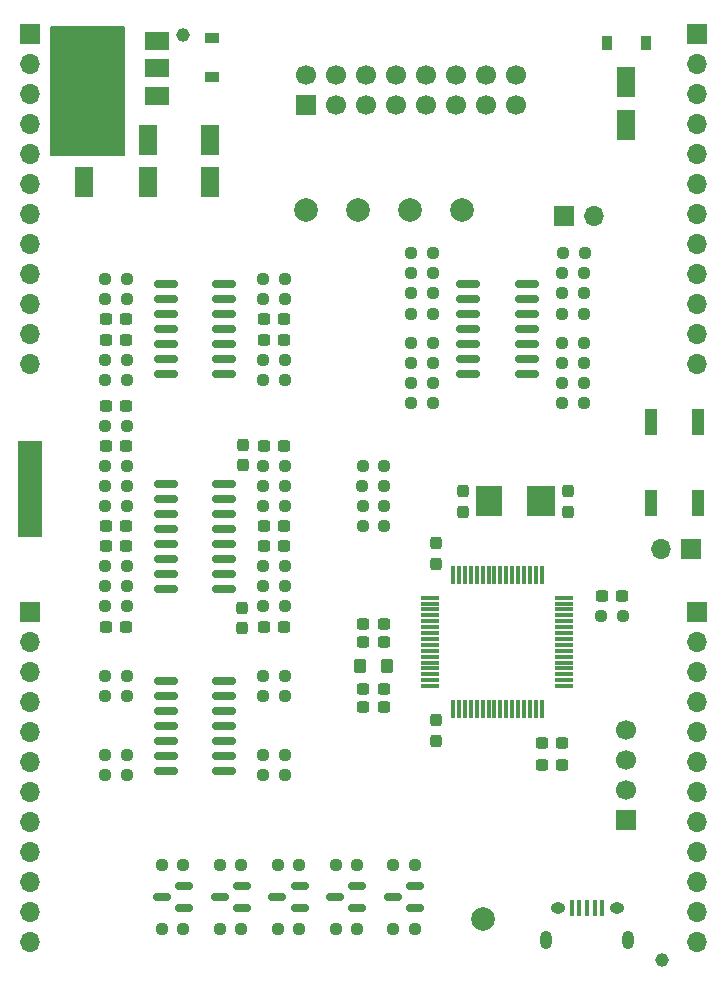
<source format=gbr>
%TF.GenerationSoftware,KiCad,Pcbnew,(5.99.0-12348-g4b436fb86d)*%
%TF.CreationDate,2021-09-23T14:41:55+01:00*%
%TF.ProjectId,Ampelope_Components,416d7065-6c6f-4706-955f-436f6d706f6e,rev?*%
%TF.SameCoordinates,Original*%
%TF.FileFunction,Soldermask,Top*%
%TF.FilePolarity,Negative*%
%FSLAX46Y46*%
G04 Gerber Fmt 4.6, Leading zero omitted, Abs format (unit mm)*
G04 Created by KiCad (PCBNEW (5.99.0-12348-g4b436fb86d)) date 2021-09-23 14:41:55*
%MOMM*%
%LPD*%
G01*
G04 APERTURE LIST*
G04 Aperture macros list*
%AMRoundRect*
0 Rectangle with rounded corners*
0 $1 Rounding radius*
0 $2 $3 $4 $5 $6 $7 $8 $9 X,Y pos of 4 corners*
0 Add a 4 corners polygon primitive as box body*
4,1,4,$2,$3,$4,$5,$6,$7,$8,$9,$2,$3,0*
0 Add four circle primitives for the rounded corners*
1,1,$1+$1,$2,$3*
1,1,$1+$1,$4,$5*
1,1,$1+$1,$6,$7*
1,1,$1+$1,$8,$9*
0 Add four rect primitives between the rounded corners*
20,1,$1+$1,$2,$3,$4,$5,0*
20,1,$1+$1,$4,$5,$6,$7,0*
20,1,$1+$1,$6,$7,$8,$9,0*
20,1,$1+$1,$8,$9,$2,$3,0*%
G04 Aperture macros list end*
%ADD10C,0.150000*%
%ADD11C,0.100000*%
%ADD12C,1.152000*%
%ADD13RoundRect,0.150000X0.587500X0.150000X-0.587500X0.150000X-0.587500X-0.150000X0.587500X-0.150000X0*%
%ADD14RoundRect,0.250000X0.550000X-1.050000X0.550000X1.050000X-0.550000X1.050000X-0.550000X-1.050000X0*%
%ADD15RoundRect,0.237500X-0.300000X-0.237500X0.300000X-0.237500X0.300000X0.237500X-0.300000X0.237500X0*%
%ADD16RoundRect,0.237500X-0.250000X-0.237500X0.250000X-0.237500X0.250000X0.237500X-0.250000X0.237500X0*%
%ADD17RoundRect,0.237500X0.250000X0.237500X-0.250000X0.237500X-0.250000X-0.237500X0.250000X-0.237500X0*%
%ADD18RoundRect,0.237500X-0.237500X0.300000X-0.237500X-0.300000X0.237500X-0.300000X0.237500X0.300000X0*%
%ADD19RoundRect,0.250000X-0.275000X-0.350000X0.275000X-0.350000X0.275000X0.350000X-0.275000X0.350000X0*%
%ADD20RoundRect,0.150000X-0.825000X-0.150000X0.825000X-0.150000X0.825000X0.150000X-0.825000X0.150000X0*%
%ADD21O,1.250000X0.950000*%
%ADD22O,1.000000X1.550000*%
%ADD23R,0.400000X1.350000*%
%ADD24RoundRect,0.250000X-0.550000X1.050000X-0.550000X-1.050000X0.550000X-1.050000X0.550000X1.050000X0*%
%ADD25R,1.700000X1.700000*%
%ADD26O,1.700000X1.700000*%
%ADD27RoundRect,0.237500X0.300000X0.237500X-0.300000X0.237500X-0.300000X-0.237500X0.300000X-0.237500X0*%
%ADD28C,1.700000*%
%ADD29RoundRect,0.075000X-0.075000X0.700000X-0.075000X-0.700000X0.075000X-0.700000X0.075000X0.700000X0*%
%ADD30RoundRect,0.075000X-0.700000X0.075000X-0.700000X-0.075000X0.700000X-0.075000X0.700000X0.075000X0*%
%ADD31R,2.325000X2.500000*%
%ADD32R,2.375000X2.500000*%
%ADD33C,2.000000*%
%ADD34R,1.200000X0.900000*%
%ADD35R,2.000000X1.500000*%
%ADD36R,2.000000X3.800000*%
%ADD37R,1.000000X2.200000*%
%ADD38RoundRect,0.237500X0.237500X-0.300000X0.237500X0.300000X-0.237500X0.300000X-0.237500X-0.300000X0*%
%ADD39R,0.900000X1.200000*%
G04 APERTURE END LIST*
D10*
X110000000Y-62400000D02*
X103800000Y-62400000D01*
X103800000Y-62400000D02*
X103800000Y-51500000D01*
X103800000Y-51500000D02*
X110000000Y-51500000D01*
X110000000Y-51500000D02*
X110000000Y-62400000D01*
G36*
X110000000Y-62400000D02*
G01*
X103800000Y-62400000D01*
X103800000Y-51500000D01*
X110000000Y-51500000D01*
X110000000Y-62400000D01*
G37*
X110000000Y-62400000D02*
X103800000Y-62400000D01*
X103800000Y-51500000D01*
X110000000Y-51500000D01*
X110000000Y-62400000D01*
D11*
%TO.C,FID1*%
X103000000Y-86600000D02*
X103000000Y-94600000D01*
X103000000Y-94600000D02*
X101000000Y-94600000D01*
X101000000Y-94600000D02*
X101000000Y-86600000D01*
X101000000Y-86600000D02*
X103000000Y-86600000D01*
G36*
X103000000Y-94600000D02*
G01*
X101000000Y-94600000D01*
X101000000Y-86600000D01*
X103000000Y-86600000D01*
X103000000Y-94600000D01*
G37*
X103000000Y-94600000D02*
X101000000Y-94600000D01*
X101000000Y-86600000D01*
X103000000Y-86600000D01*
X103000000Y-94600000D01*
%TD*%
D12*
%TO.C,FID3*%
X115000000Y-52200000D03*
%TD*%
%TO.C,FID2*%
X155500000Y-130500000D03*
%TD*%
D13*
%TO.C,Q5*%
X134650000Y-126150000D03*
X134650000Y-124250000D03*
X132775000Y-125200000D03*
%TD*%
%TO.C,Q4*%
X129750000Y-126150000D03*
X129750000Y-124250000D03*
X127875000Y-125200000D03*
%TD*%
%TO.C,Q3*%
X124850000Y-126150000D03*
X124850000Y-124250000D03*
X122975000Y-125200000D03*
%TD*%
%TO.C,Q2*%
X119950000Y-126150000D03*
X119950000Y-124250000D03*
X118075000Y-125200000D03*
%TD*%
%TO.C,Q1*%
X115050000Y-126150000D03*
X115050000Y-124250000D03*
X113175000Y-125200000D03*
%TD*%
D14*
%TO.C,C4*%
X152500000Y-59800000D03*
X152500000Y-56200000D03*
%TD*%
D15*
%TO.C,C18*%
X108437500Y-87000000D03*
X110162500Y-87000000D03*
%TD*%
D16*
%TO.C,R60*%
X147187500Y-70700000D03*
X149012500Y-70700000D03*
%TD*%
D17*
%TO.C,R6*%
X123612500Y-74600000D03*
X121787500Y-74600000D03*
%TD*%
D16*
%TO.C,R59*%
X147087500Y-81700000D03*
X148912500Y-81700000D03*
%TD*%
D18*
%TO.C,C21*%
X120000000Y-100737500D03*
X120000000Y-102462500D03*
%TD*%
D16*
%TO.C,R51*%
X147087500Y-83400000D03*
X148912500Y-83400000D03*
%TD*%
%TO.C,R4*%
X108387500Y-79700000D03*
X110212500Y-79700000D03*
%TD*%
%TO.C,R46*%
X147087500Y-74100000D03*
X148912500Y-74100000D03*
%TD*%
D18*
%TO.C,C24*%
X147550000Y-90837500D03*
X147550000Y-92562500D03*
%TD*%
D16*
%TO.C,R12*%
X123000000Y-127900000D03*
X124825000Y-127900000D03*
%TD*%
D19*
%TO.C,L1*%
X129950000Y-105600000D03*
X132250000Y-105600000D03*
%TD*%
D17*
%TO.C,R19*%
X110212500Y-108200000D03*
X108387500Y-108200000D03*
%TD*%
D15*
%TO.C,C20*%
X108437500Y-83600000D03*
X110162500Y-83600000D03*
%TD*%
%TO.C,C28*%
X108437500Y-93800000D03*
X110162500Y-93800000D03*
%TD*%
D16*
%TO.C,R21*%
X121787500Y-113200000D03*
X123612500Y-113200000D03*
%TD*%
%TO.C,R3*%
X108387500Y-81400000D03*
X110212500Y-81400000D03*
%TD*%
D20*
%TO.C,U6*%
X139125000Y-73290000D03*
X139125000Y-74560000D03*
X139125000Y-75830000D03*
X139125000Y-77100000D03*
X139125000Y-78370000D03*
X139125000Y-79640000D03*
X139125000Y-80910000D03*
X144075000Y-80910000D03*
X144075000Y-79640000D03*
X144075000Y-78370000D03*
X144075000Y-77100000D03*
X144075000Y-75830000D03*
X144075000Y-74560000D03*
X144075000Y-73290000D03*
%TD*%
D21*
%TO.C,J8*%
X151700000Y-126150000D03*
D22*
X152700000Y-128850000D03*
D21*
X146700000Y-126150000D03*
D23*
X147900000Y-126150000D03*
X148550000Y-126150000D03*
X149200000Y-126150000D03*
X149850000Y-126150000D03*
X150500000Y-126150000D03*
D22*
X145700000Y-128850000D03*
%TD*%
D24*
%TO.C,C3*%
X117300000Y-61100000D03*
X117300000Y-64700000D03*
%TD*%
D16*
%TO.C,R29*%
X108387500Y-88700000D03*
X110212500Y-88700000D03*
%TD*%
D20*
%TO.C,U2*%
X113525000Y-90255000D03*
X113525000Y-91525000D03*
X113525000Y-92795000D03*
X113525000Y-94065000D03*
X113525000Y-95335000D03*
X113525000Y-96605000D03*
X113525000Y-97875000D03*
X113525000Y-99145000D03*
X118475000Y-99145000D03*
X118475000Y-97875000D03*
X118475000Y-96605000D03*
X118475000Y-95335000D03*
X118475000Y-94065000D03*
X118475000Y-92795000D03*
X118475000Y-91525000D03*
X118475000Y-90255000D03*
%TD*%
D17*
%TO.C,R43*%
X136112500Y-74100000D03*
X134287500Y-74100000D03*
%TD*%
D16*
%TO.C,R32*%
X121787500Y-90400000D03*
X123612500Y-90400000D03*
%TD*%
%TO.C,R26*%
X121787500Y-106500000D03*
X123612500Y-106500000D03*
%TD*%
%TO.C,R45*%
X147087500Y-80000000D03*
X148912500Y-80000000D03*
%TD*%
D17*
%TO.C,R34*%
X110212500Y-90400000D03*
X108387500Y-90400000D03*
%TD*%
%TO.C,R20*%
X110212500Y-113200000D03*
X108387500Y-113200000D03*
%TD*%
D24*
%TO.C,C2*%
X112000000Y-61100000D03*
X112000000Y-64700000D03*
%TD*%
D25*
%TO.C,J9*%
X147225000Y-67500000D03*
D26*
X149765000Y-67500000D03*
%TD*%
D16*
%TO.C,R1*%
X108387500Y-72900000D03*
X110212500Y-72900000D03*
%TD*%
D17*
%TO.C,R39*%
X132012500Y-92100000D03*
X130187500Y-92100000D03*
%TD*%
D16*
%TO.C,R52*%
X147087500Y-72400000D03*
X148912500Y-72400000D03*
%TD*%
D18*
%TO.C,C23*%
X136400000Y-95237500D03*
X136400000Y-96962500D03*
%TD*%
D17*
%TO.C,R24*%
X110212500Y-114900000D03*
X108387500Y-114900000D03*
%TD*%
D27*
%TO.C,C11*%
X147062500Y-112200000D03*
X145337500Y-112200000D03*
%TD*%
D25*
%TO.C,J5*%
X125400000Y-58100000D03*
D28*
X125400000Y-55560000D03*
X127940000Y-58100000D03*
X127940000Y-55560000D03*
X130480000Y-58100000D03*
X130480000Y-55560000D03*
X133020000Y-58100000D03*
X133020000Y-55560000D03*
X135560000Y-58100000D03*
X135560000Y-55560000D03*
X138100000Y-58100000D03*
X138100000Y-55560000D03*
X140640000Y-58100000D03*
X140640000Y-55560000D03*
X143180000Y-58100000D03*
X143180000Y-55560000D03*
%TD*%
D17*
%TO.C,R44*%
X136112500Y-80000000D03*
X134287500Y-80000000D03*
%TD*%
%TO.C,R41*%
X132012500Y-88700000D03*
X130187500Y-88700000D03*
%TD*%
%TO.C,R36*%
X136112500Y-75800000D03*
X134287500Y-75800000D03*
%TD*%
D16*
%TO.C,R31*%
X108387500Y-85300000D03*
X110212500Y-85300000D03*
%TD*%
%TO.C,R14*%
X108387500Y-100600000D03*
X110212500Y-100600000D03*
%TD*%
%TO.C,R48*%
X132800000Y-127900000D03*
X134625000Y-127900000D03*
%TD*%
%TO.C,R16*%
X118100000Y-122500000D03*
X119925000Y-122500000D03*
%TD*%
D17*
%TO.C,R55*%
X110212500Y-97200000D03*
X108387500Y-97200000D03*
%TD*%
D24*
%TO.C,C1*%
X106600000Y-61100000D03*
X106600000Y-64700000D03*
%TD*%
D17*
%TO.C,R35*%
X132012500Y-93800000D03*
X130187500Y-93800000D03*
%TD*%
D29*
%TO.C,U1*%
X145350000Y-97925000D03*
X144850000Y-97925000D03*
X144350000Y-97925000D03*
X143850000Y-97925000D03*
X143350000Y-97925000D03*
X142850000Y-97925000D03*
X142350000Y-97925000D03*
X141850000Y-97925000D03*
X141350000Y-97925000D03*
X140850000Y-97925000D03*
X140350000Y-97925000D03*
X139850000Y-97925000D03*
X139350000Y-97925000D03*
X138850000Y-97925000D03*
X138350000Y-97925000D03*
X137850000Y-97925000D03*
D30*
X135925000Y-99850000D03*
X135925000Y-100350000D03*
X135925000Y-100850000D03*
X135925000Y-101350000D03*
X135925000Y-101850000D03*
X135925000Y-102350000D03*
X135925000Y-102850000D03*
X135925000Y-103350000D03*
X135925000Y-103850000D03*
X135925000Y-104350000D03*
X135925000Y-104850000D03*
X135925000Y-105350000D03*
X135925000Y-105850000D03*
X135925000Y-106350000D03*
X135925000Y-106850000D03*
X135925000Y-107350000D03*
D29*
X137850000Y-109275000D03*
X138350000Y-109275000D03*
X138850000Y-109275000D03*
X139350000Y-109275000D03*
X139850000Y-109275000D03*
X140350000Y-109275000D03*
X140850000Y-109275000D03*
X141350000Y-109275000D03*
X141850000Y-109275000D03*
X142350000Y-109275000D03*
X142850000Y-109275000D03*
X143350000Y-109275000D03*
X143850000Y-109275000D03*
X144350000Y-109275000D03*
X144850000Y-109275000D03*
X145350000Y-109275000D03*
D30*
X147275000Y-107350000D03*
X147275000Y-106850000D03*
X147275000Y-106350000D03*
X147275000Y-105850000D03*
X147275000Y-105350000D03*
X147275000Y-104850000D03*
X147275000Y-104350000D03*
X147275000Y-103850000D03*
X147275000Y-103350000D03*
X147275000Y-102850000D03*
X147275000Y-102350000D03*
X147275000Y-101850000D03*
X147275000Y-101350000D03*
X147275000Y-100850000D03*
X147275000Y-100350000D03*
X147275000Y-99850000D03*
%TD*%
D31*
%TO.C,Y1*%
X140900000Y-91700000D03*
D32*
X145300000Y-91700000D03*
%TD*%
D33*
%TO.C,TP2*%
X125400000Y-67000000D03*
%TD*%
%TO.C,TP4*%
X138600000Y-67000000D03*
%TD*%
D17*
%TO.C,R28*%
X123612500Y-100600000D03*
X121787500Y-100600000D03*
%TD*%
D20*
%TO.C,U5*%
X113525000Y-73290000D03*
X113525000Y-74560000D03*
X113525000Y-75830000D03*
X113525000Y-77100000D03*
X113525000Y-78370000D03*
X113525000Y-79640000D03*
X113525000Y-80910000D03*
X118475000Y-80910000D03*
X118475000Y-79640000D03*
X118475000Y-78370000D03*
X118475000Y-77100000D03*
X118475000Y-75830000D03*
X118475000Y-74560000D03*
X118475000Y-73290000D03*
%TD*%
D16*
%TO.C,R22*%
X121787500Y-108200000D03*
X123612500Y-108200000D03*
%TD*%
D17*
%TO.C,R8*%
X123612500Y-79700000D03*
X121787500Y-79700000D03*
%TD*%
D16*
%TO.C,R11*%
X118100000Y-127900000D03*
X119925000Y-127900000D03*
%TD*%
D15*
%TO.C,C12*%
X130237500Y-102100000D03*
X131962500Y-102100000D03*
%TD*%
D17*
%TO.C,R23*%
X110212500Y-106500000D03*
X108387500Y-106500000D03*
%TD*%
%TO.C,R18*%
X129725000Y-122500000D03*
X127900000Y-122500000D03*
%TD*%
D16*
%TO.C,R49*%
X132800000Y-122500000D03*
X134625000Y-122500000D03*
%TD*%
D17*
%TO.C,R37*%
X132000000Y-90400000D03*
X130175000Y-90400000D03*
%TD*%
D16*
%TO.C,R56*%
X121787500Y-92100000D03*
X123612500Y-92100000D03*
%TD*%
D33*
%TO.C,TP3*%
X129800000Y-67000000D03*
%TD*%
D34*
%TO.C,D1*%
X117450000Y-55800000D03*
X117450000Y-52500000D03*
%TD*%
D17*
%TO.C,R54*%
X110212500Y-92100000D03*
X108387500Y-92100000D03*
%TD*%
D16*
%TO.C,R10*%
X113200000Y-127900000D03*
X115025000Y-127900000D03*
%TD*%
D17*
%TO.C,R47*%
X136112500Y-70700000D03*
X134287500Y-70700000D03*
%TD*%
D25*
%TO.C,J7*%
X152500000Y-118710000D03*
D28*
X152500000Y-116170000D03*
X152500000Y-113630000D03*
X152500000Y-111090000D03*
%TD*%
D16*
%TO.C,R40*%
X147087500Y-78300000D03*
X148912500Y-78300000D03*
%TD*%
D17*
%TO.C,R38*%
X136112500Y-78300000D03*
X134287500Y-78300000D03*
%TD*%
D27*
%TO.C,C10*%
X147062500Y-114000000D03*
X145337500Y-114000000D03*
%TD*%
%TO.C,C27*%
X123562500Y-95500000D03*
X121837500Y-95500000D03*
%TD*%
D17*
%TO.C,R5*%
X123612500Y-72900000D03*
X121787500Y-72900000D03*
%TD*%
%TO.C,R30*%
X110212500Y-98900000D03*
X108387500Y-98900000D03*
%TD*%
D27*
%TO.C,C30*%
X123562500Y-93800000D03*
X121837500Y-93800000D03*
%TD*%
D25*
%TO.C,J6*%
X157975000Y-95700000D03*
D26*
X155435000Y-95700000D03*
%TD*%
D18*
%TO.C,C25*%
X138700000Y-90837500D03*
X138700000Y-92562500D03*
%TD*%
D15*
%TO.C,C15*%
X130237500Y-109100000D03*
X131962500Y-109100000D03*
%TD*%
D17*
%TO.C,R9*%
X152200000Y-101400000D03*
X150375000Y-101400000D03*
%TD*%
D27*
%TO.C,C5*%
X110162500Y-76300000D03*
X108437500Y-76300000D03*
%TD*%
D16*
%TO.C,R2*%
X108387500Y-74600000D03*
X110212500Y-74600000D03*
%TD*%
D33*
%TO.C,TP1*%
X134200000Y-67000000D03*
%TD*%
D16*
%TO.C,R58*%
X134287500Y-83400000D03*
X136112500Y-83400000D03*
%TD*%
D17*
%TO.C,R33*%
X123612500Y-88700000D03*
X121787500Y-88700000D03*
%TD*%
D15*
%TO.C,C13*%
X130237500Y-103600000D03*
X131962500Y-103600000D03*
%TD*%
D35*
%TO.C,U3*%
X112800000Y-57350000D03*
D36*
X106500000Y-55050000D03*
D35*
X112800000Y-55050000D03*
X112800000Y-52750000D03*
%TD*%
D16*
%TO.C,R13*%
X127900000Y-127900000D03*
X129725000Y-127900000D03*
%TD*%
D27*
%TO.C,C16*%
X123562500Y-102300000D03*
X121837500Y-102300000D03*
%TD*%
D16*
%TO.C,R25*%
X121787500Y-114900000D03*
X123612500Y-114900000D03*
%TD*%
%TO.C,R27*%
X121787500Y-98900000D03*
X123612500Y-98900000D03*
%TD*%
D15*
%TO.C,C7*%
X121837500Y-78000000D03*
X123562500Y-78000000D03*
%TD*%
D27*
%TO.C,C9*%
X152162500Y-99700000D03*
X150437500Y-99700000D03*
%TD*%
D37*
%TO.C,RESET1*%
X154600000Y-85000000D03*
X154600000Y-91800000D03*
X158600000Y-85000000D03*
X158600000Y-91800000D03*
%TD*%
D27*
%TO.C,C6*%
X110162500Y-78000000D03*
X108437500Y-78000000D03*
%TD*%
D15*
%TO.C,C19*%
X108437500Y-102300000D03*
X110162500Y-102300000D03*
%TD*%
%TO.C,C14*%
X130237500Y-107600000D03*
X131962500Y-107600000D03*
%TD*%
D27*
%TO.C,C17*%
X123562500Y-87000000D03*
X121837500Y-87000000D03*
%TD*%
D33*
%TO.C,TP5*%
X140400000Y-127100000D03*
%TD*%
D16*
%TO.C,R15*%
X113200000Y-122500000D03*
X115025000Y-122500000D03*
%TD*%
%TO.C,R17*%
X123000000Y-122500000D03*
X124825000Y-122500000D03*
%TD*%
D15*
%TO.C,C8*%
X121837500Y-76300000D03*
X123562500Y-76300000D03*
%TD*%
D16*
%TO.C,R57*%
X134287500Y-72400000D03*
X136112500Y-72400000D03*
%TD*%
D20*
%TO.C,U4*%
X113525000Y-106890000D03*
X113525000Y-108160000D03*
X113525000Y-109430000D03*
X113525000Y-110700000D03*
X113525000Y-111970000D03*
X113525000Y-113240000D03*
X113525000Y-114510000D03*
X118475000Y-114510000D03*
X118475000Y-113240000D03*
X118475000Y-111970000D03*
X118475000Y-110700000D03*
X118475000Y-109430000D03*
X118475000Y-108160000D03*
X118475000Y-106890000D03*
%TD*%
D16*
%TO.C,R42*%
X147087500Y-75800000D03*
X148912500Y-75800000D03*
%TD*%
D38*
%TO.C,C26*%
X136400000Y-111962500D03*
X136400000Y-110237500D03*
%TD*%
D16*
%TO.C,R53*%
X121787500Y-97200000D03*
X123612500Y-97200000D03*
%TD*%
D18*
%TO.C,C22*%
X120100000Y-86937500D03*
X120100000Y-88662500D03*
%TD*%
D15*
%TO.C,C29*%
X108437500Y-95500000D03*
X110162500Y-95500000D03*
%TD*%
D39*
%TO.C,D2*%
X150850000Y-52900000D03*
X154150000Y-52900000D03*
%TD*%
D17*
%TO.C,R7*%
X123612500Y-81400000D03*
X121787500Y-81400000D03*
%TD*%
D16*
%TO.C,R50*%
X134287500Y-81700000D03*
X136112500Y-81700000D03*
%TD*%
D25*
%TO.C,J4*%
X158500000Y-101100000D03*
D26*
X158500000Y-103640000D03*
X158500000Y-106180000D03*
X158500000Y-108720000D03*
X158500000Y-111260000D03*
X158500000Y-113800000D03*
X158500000Y-116340000D03*
X158500000Y-118880000D03*
X158500000Y-121420000D03*
X158500000Y-123960000D03*
X158500000Y-126500000D03*
X158500000Y-129040000D03*
%TD*%
D25*
%TO.C,J2*%
X102000000Y-101100000D03*
D26*
X102000000Y-103640000D03*
X102000000Y-106180000D03*
X102000000Y-108720000D03*
X102000000Y-111260000D03*
X102000000Y-113800000D03*
X102000000Y-116340000D03*
X102000000Y-118880000D03*
X102000000Y-121420000D03*
X102000000Y-123960000D03*
X102000000Y-126500000D03*
X102000000Y-129040000D03*
%TD*%
D25*
%TO.C,J1*%
X102000000Y-52100000D03*
D26*
X102000000Y-54640000D03*
X102000000Y-57180000D03*
X102000000Y-59720000D03*
X102000000Y-62260000D03*
X102000000Y-64800000D03*
X102000000Y-67340000D03*
X102000000Y-69880000D03*
X102000000Y-72420000D03*
X102000000Y-74960000D03*
X102000000Y-77500000D03*
X102000000Y-80040000D03*
%TD*%
D25*
%TO.C,J3*%
X158500000Y-52100000D03*
D26*
X158500000Y-54640000D03*
X158500000Y-57180000D03*
X158500000Y-59720000D03*
X158500000Y-62260000D03*
X158500000Y-64800000D03*
X158500000Y-67340000D03*
X158500000Y-69880000D03*
X158500000Y-72420000D03*
X158500000Y-74960000D03*
X158500000Y-77500000D03*
X158500000Y-80040000D03*
%TD*%
M02*

</source>
